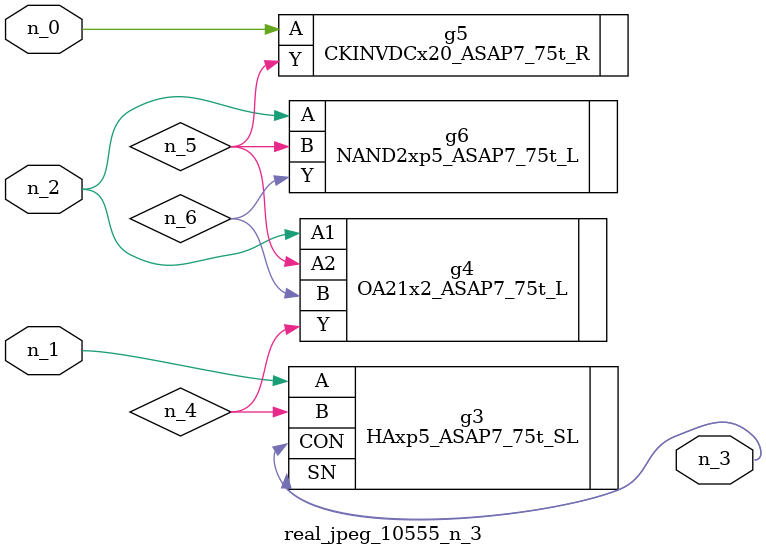
<source format=v>
module real_jpeg_10555_n_3 (n_1, n_0, n_2, n_3);

input n_1;
input n_0;
input n_2;

output n_3;

wire n_5;
wire n_4;
wire n_6;

CKINVDCx20_ASAP7_75t_R g5 ( 
.A(n_0),
.Y(n_5)
);

HAxp5_ASAP7_75t_SL g3 ( 
.A(n_1),
.B(n_4),
.CON(n_3),
.SN(n_3)
);

OA21x2_ASAP7_75t_L g4 ( 
.A1(n_2),
.A2(n_5),
.B(n_6),
.Y(n_4)
);

NAND2xp5_ASAP7_75t_L g6 ( 
.A(n_2),
.B(n_5),
.Y(n_6)
);


endmodule
</source>
